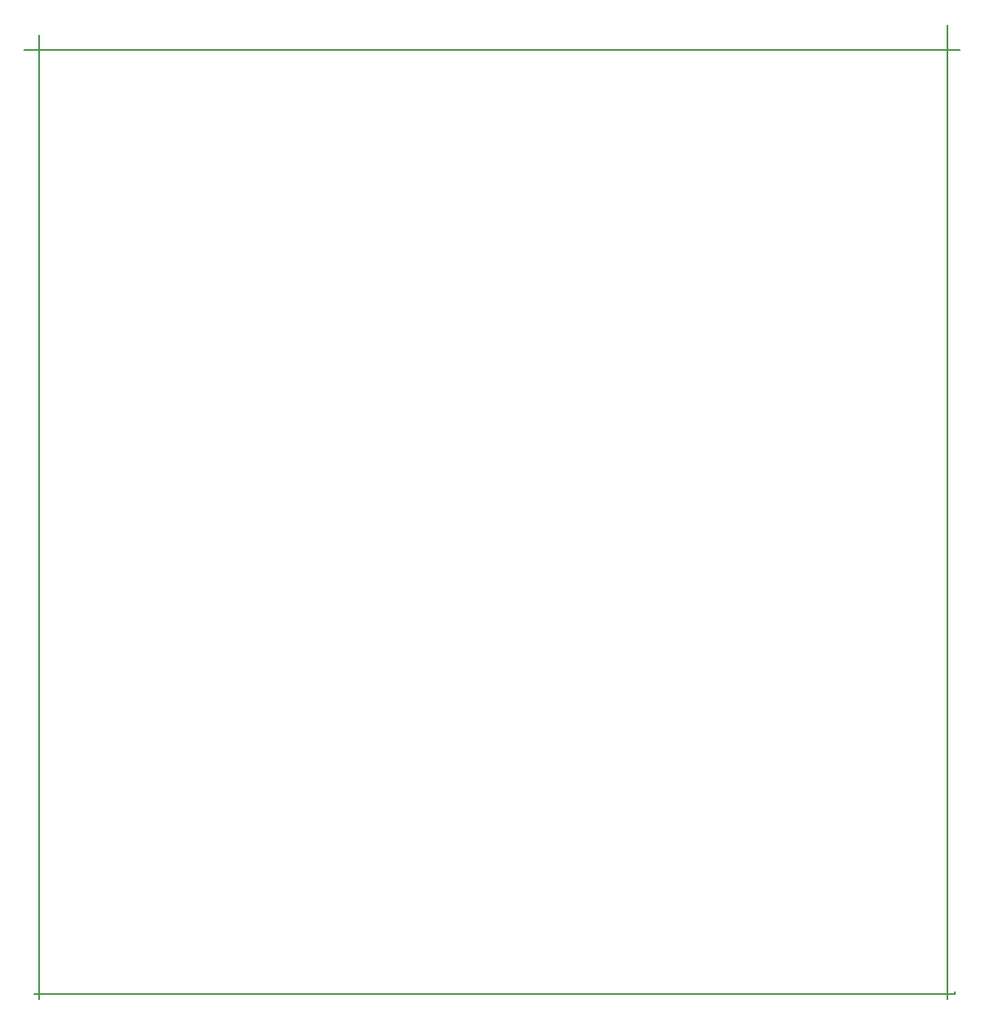
<source format=gm1>
G04 #@! TF.FileFunction,Profile,NP*
%FSLAX46Y46*%
G04 Gerber Fmt 4.6, Leading zero omitted, Abs format (unit mm)*
G04 Created by KiCad (PCBNEW 4.0.5) date 07/05/17 15:10:38*
%MOMM*%
%LPD*%
G01*
G04 APERTURE LIST*
%ADD10C,0.100000*%
%ADD11C,0.150000*%
G04 APERTURE END LIST*
D10*
D11*
X117602000Y-117602000D02*
X117602000Y-117348000D01*
X23876000Y-117602000D02*
X117602000Y-117602000D01*
X24384000Y-20066000D02*
X24384000Y-118110000D01*
X118110000Y-21590000D02*
X22860000Y-21590000D01*
X116840000Y-118110000D02*
X116840000Y-19050000D01*
M02*

</source>
